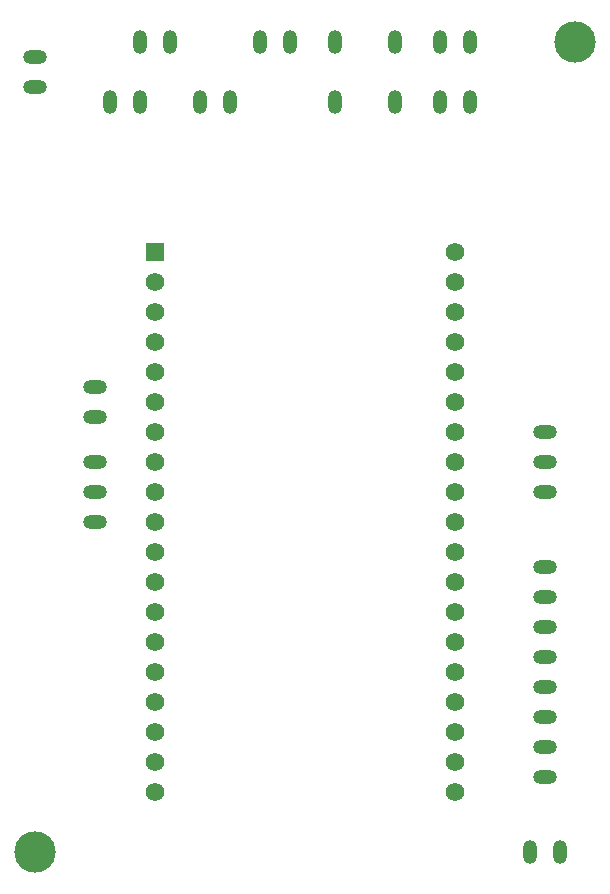
<source format=gbr>
%TF.GenerationSoftware,KiCad,Pcbnew,(6.0.5)*%
%TF.CreationDate,2022-06-25T17:15:00+09:00*%
%TF.ProjectId,test,74657374-2e6b-4696-9361-645f70636258,0*%
%TF.SameCoordinates,Original*%
%TF.FileFunction,Soldermask,Bot*%
%TF.FilePolarity,Negative*%
%FSLAX46Y46*%
G04 Gerber Fmt 4.6, Leading zero omitted, Abs format (unit mm)*
G04 Created by KiCad (PCBNEW (6.0.5)) date 2022-06-25 17:15:00*
%MOMM*%
%LPD*%
G01*
G04 APERTURE LIST*
%ADD10C,3.500000*%
%ADD11O,2.000000X1.200000*%
%ADD12O,1.200000X2.000000*%
%ADD13R,1.560000X1.560000*%
%ADD14C,1.560000*%
G04 APERTURE END LIST*
D10*
%TO.C,REF\u002A\u002A*%
X40640000Y-154940000D03*
%TD*%
%TO.C,REF\u002A\u002A*%
X86360000Y-86360000D03*
%TD*%
D11*
%TO.C,CNN_Vib_M1*%
X45720000Y-127000000D03*
X45720000Y-124460000D03*
X45720000Y-121920000D03*
%TD*%
D12*
%TO.C,CNN_V5*%
X82550000Y-154940000D03*
X85090000Y-154940000D03*
%TD*%
%TO.C,U3*%
X66040000Y-91440000D03*
X71120000Y-91440000D03*
X71120000Y-86360000D03*
X66040000Y-86360000D03*
%TD*%
D11*
%TO.C,U2*%
X83820000Y-130810000D03*
X83820000Y-133350000D03*
X83820000Y-135890000D03*
X83820000Y-138430000D03*
X83820000Y-140970000D03*
X83820000Y-143510000D03*
X83820000Y-146050000D03*
X83820000Y-148590000D03*
%TD*%
D13*
%TO.C,U1*%
X50800000Y-104140000D03*
D14*
X50800000Y-106680000D03*
X50800000Y-149860000D03*
X50800000Y-109220000D03*
X50800000Y-111760000D03*
X50800000Y-114300000D03*
X50800000Y-116840000D03*
X50800000Y-119380000D03*
X50800000Y-121920000D03*
X50800000Y-124460000D03*
X50800000Y-127000000D03*
X50800000Y-129540000D03*
X50800000Y-132080000D03*
X50800000Y-134620000D03*
X50800000Y-137160000D03*
X50800000Y-139700000D03*
X50800000Y-142240000D03*
X50800000Y-144780000D03*
X50800000Y-147320000D03*
X76200000Y-104140000D03*
X76200000Y-106680000D03*
X76200000Y-109220000D03*
X76200000Y-111760000D03*
X76200000Y-114300000D03*
X76200000Y-116840000D03*
X76200000Y-119380000D03*
X76200000Y-121920000D03*
X76200000Y-124460000D03*
X76200000Y-127000000D03*
X76200000Y-129540000D03*
X76200000Y-132080000D03*
X76200000Y-134620000D03*
X76200000Y-137160000D03*
X76200000Y-139700000D03*
X76200000Y-142240000D03*
X76200000Y-144780000D03*
X76200000Y-147320000D03*
X76200000Y-149860000D03*
%TD*%
D12*
%TO.C,R5*%
X49530000Y-91440000D03*
X46990000Y-91440000D03*
%TD*%
%TO.C,R4*%
X57150000Y-91440000D03*
X54610000Y-91440000D03*
%TD*%
%TO.C,R3*%
X77470000Y-86360000D03*
X74930000Y-86360000D03*
%TD*%
%TO.C,R2*%
X59690000Y-86360000D03*
X62230000Y-86360000D03*
%TD*%
%TO.C,R1*%
X77470000Y-91440000D03*
X74930000Y-91440000D03*
%TD*%
D11*
%TO.C,CNN_TX_RX1*%
X83820000Y-119380000D03*
X83820000Y-121920000D03*
X83820000Y-124460000D03*
%TD*%
%TO.C,CNN_SW1*%
X40640000Y-90170000D03*
X40640000Y-87630000D03*
%TD*%
%TO.C,CNN_BZ1*%
X45720000Y-115570000D03*
X45720000Y-118110000D03*
%TD*%
D12*
%TO.C,CdS1M1*%
X49530000Y-86360000D03*
X52070000Y-86360000D03*
%TD*%
M02*

</source>
